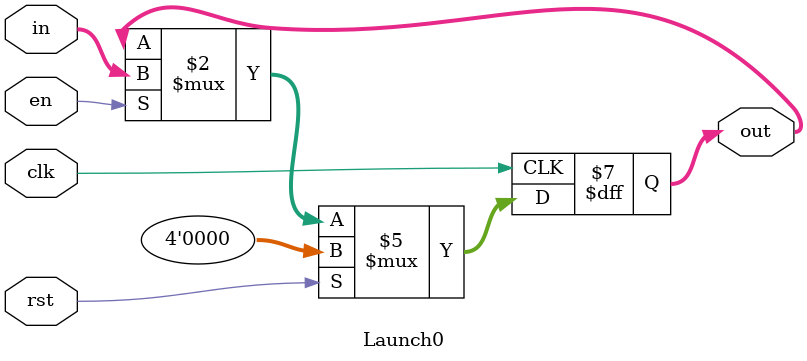
<source format=v>
`timescale 1ns / 1ps


module Launch0(
    input [3:0] in,
    input en,
    input rst,
    input clk,
    output reg [3:0] out
    );
    always@(posedge clk)
    if(rst) begin
        out <= 0;
     end
     else begin
        if(en) out <=in;
     end 
endmodule

</source>
